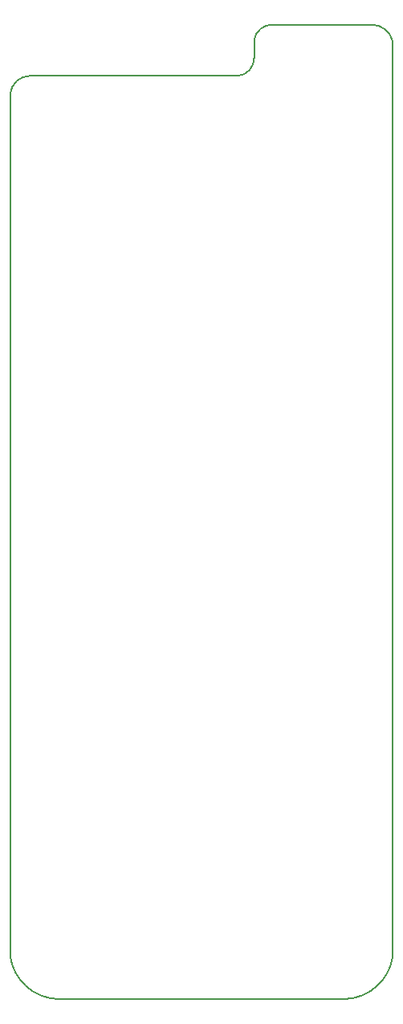
<source format=gko>
G04 DipTrace 3.3.0.0*
G04 esp02.GKO*
%MOIN*%
G04 #@! TF.FileFunction,Profile*
G04 #@! TF.Part,Single*
%ADD11C,0.005512*%
%FSLAX26Y26*%
G04*
G70*
G90*
G75*
G01*
G04 BoardOutline*
%LPD*%
X394000Y569000D2*
D11*
G03X588000Y394000I203905J31011D01*
G01*
X1788000D1*
G03X1982000Y569000I-9905J206011D01*
G01*
X1981749Y4362751D1*
G03X1894249Y4431500I-87037J-20719D01*
G01*
X1481749D1*
G03X1406749Y4369000I141J-76419D01*
G01*
Y4294000D1*
G02X1338000Y4219000I-74758J-482D01*
G01*
X1225500D1*
X475500D1*
G03X394000Y4144000I-509J-81228D01*
G01*
Y569000D1*
M02*

</source>
